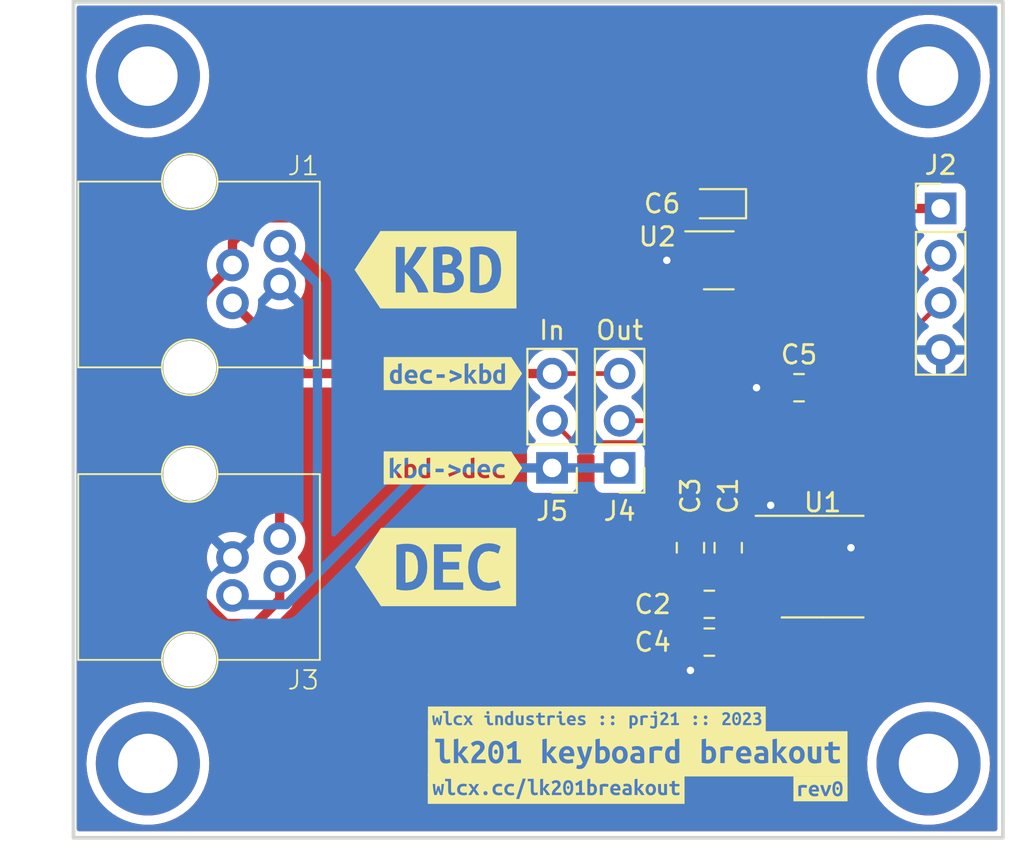
<source format=kicad_pcb>
(kicad_pcb (version 20221018) (generator pcbnew)

  (general
    (thickness 1.6)
  )

  (paper "A4")
  (title_block
    (comment 4 "AISLER Project ID: FMZDOTOZ")
  )

  (layers
    (0 "F.Cu" signal)
    (31 "B.Cu" signal)
    (32 "B.Adhes" user "B.Adhesive")
    (33 "F.Adhes" user "F.Adhesive")
    (34 "B.Paste" user)
    (35 "F.Paste" user)
    (36 "B.SilkS" user "B.Silkscreen")
    (37 "F.SilkS" user "F.Silkscreen")
    (38 "B.Mask" user)
    (39 "F.Mask" user)
    (40 "Dwgs.User" user "User.Drawings")
    (41 "Cmts.User" user "User.Comments")
    (42 "Eco1.User" user "User.Eco1")
    (43 "Eco2.User" user "User.Eco2")
    (44 "Edge.Cuts" user)
    (45 "Margin" user)
    (46 "B.CrtYd" user "B.Courtyard")
    (47 "F.CrtYd" user "F.Courtyard")
    (48 "B.Fab" user)
    (49 "F.Fab" user)
    (50 "User.1" user)
    (51 "User.2" user)
    (52 "User.3" user)
    (53 "User.4" user)
    (54 "User.5" user)
    (55 "User.6" user)
    (56 "User.7" user)
    (57 "User.8" user)
    (58 "User.9" user)
  )

  (setup
    (stackup
      (layer "F.SilkS" (type "Top Silk Screen"))
      (layer "F.Paste" (type "Top Solder Paste"))
      (layer "F.Mask" (type "Top Solder Mask") (thickness 0.01))
      (layer "F.Cu" (type "copper") (thickness 0.035))
      (layer "dielectric 1" (type "core") (thickness 1.51) (material "FR4") (epsilon_r 4.5) (loss_tangent 0.02))
      (layer "B.Cu" (type "copper") (thickness 0.035))
      (layer "B.Mask" (type "Bottom Solder Mask") (thickness 0.01))
      (layer "B.Paste" (type "Bottom Solder Paste"))
      (layer "B.SilkS" (type "Bottom Silk Screen"))
      (copper_finish "None")
      (dielectric_constraints no)
    )
    (pad_to_mask_clearance 0)
    (pcbplotparams
      (layerselection 0x00010fc_ffffffff)
      (plot_on_all_layers_selection 0x0000000_00000000)
      (disableapertmacros false)
      (usegerberextensions false)
      (usegerberattributes true)
      (usegerberadvancedattributes true)
      (creategerberjobfile true)
      (dashed_line_dash_ratio 12.000000)
      (dashed_line_gap_ratio 3.000000)
      (svgprecision 4)
      (plotframeref false)
      (viasonmask false)
      (mode 1)
      (useauxorigin false)
      (hpglpennumber 1)
      (hpglpenspeed 20)
      (hpglpendiameter 15.000000)
      (dxfpolygonmode true)
      (dxfimperialunits true)
      (dxfusepcbnewfont true)
      (psnegative false)
      (psa4output false)
      (plotreference true)
      (plotvalue true)
      (plotinvisibletext false)
      (sketchpadsonfab false)
      (subtractmaskfromsilk false)
      (outputformat 1)
      (mirror false)
      (drillshape 1)
      (scaleselection 1)
      (outputdirectory "")
    )
  )

  (net 0 "")
  (net 1 "+12V")
  (net 2 "GND")
  (net 3 "unconnected-(U2-BP-Pad4)")
  (net 4 "+5V")
  (net 5 "Net-(U1-C1+)")
  (net 6 "Net-(U1-C1-)")
  (net 7 "Net-(U1-C2+)")
  (net 8 "Net-(U1-C2-)")
  (net 9 "Net-(U1-V+)")
  (net 10 "Net-(U1-V-)")
  (net 11 "/TTL_In")
  (net 12 "/TTL_Out")
  (net 13 "/KBD2DEC")
  (net 14 "/232_Out")
  (net 15 "/DEC2KBD")
  (net 16 "/232_In")
  (net 17 "unconnected-(U1-~{INVALID}-Pad10)")

  (footprint "Capacitor_SMD:C_0805_2012Metric_Pad1.18x1.45mm_HandSolder" (layer "F.Cu") (at 125.222 90.1485 -90))

  (footprint "Package_TO_SOT_SMD:SOT-23-5" (layer "F.Cu") (at 124.714 74.676))

  (footprint "MountingHole:MountingHole_3.2mm_M3_DIN965_Pad_TopBottom" (layer "F.Cu") (at 136 64.762))

  (footprint "Capacitor_SMD:C_0805_2012Metric_Pad1.18x1.45mm_HandSolder" (layer "F.Cu") (at 124.206 95.2285 180))

  (footprint "MountingHole:MountingHole_3.2mm_M3_DIN965_Pad_TopBottom" (layer "F.Cu") (at 94 101.762))

  (footprint "Package_SO:TSSOP-16_4.4x5mm_P0.65mm" (layer "F.Cu") (at 130.302 91.1645))

  (footprint "kibuzzard-64EE1861" (layer "F.Cu") (at 110.412 85.852))

  (footprint "kibuzzard-64EE20E6" (layer "F.Cu") (at 130.186365 103.126022))

  (footprint "kibuzzard-64EE19D2" (layer "F.Cu") (at 115.966474 103.123632))

  (footprint "MountingHole:MountingHole_3.2mm_M3_DIN965_Pad_TopBottom" (layer "F.Cu") (at 136 101.762))

  (footprint "kibuzzard-64EE19CE" (layer "F.Cu") (at 120.351417 101.241958))

  (footprint "Connector_PinHeader_2.54mm:PinHeader_1x03_P2.54mm_Vertical" (layer "F.Cu") (at 119.38 85.852 180))

  (footprint "Capacitor_Tantalum_SMD:CP_EIA-1608-10_AVX-L_Pad1.25x1.05mm_HandSolder" (layer "F.Cu") (at 124.498 71.628 180))

  (footprint "lk201_breakout:Wurth_WR-MJ_4p4c_rj10_615004143821" (layer "F.Cu") (at 101.092 91.186 -90))

  (footprint "MountingHole:MountingHole_3.2mm_M3_DIN965_Pad_TopBottom" (layer "F.Cu") (at 94 64.762))

  (footprint "Capacitor_SMD:C_0805_2012Metric_Pad1.18x1.45mm_HandSolder" (layer "F.Cu") (at 129.032 81.534 180))

  (footprint "Connector_PinHeader_2.54mm:PinHeader_1x04_P2.54mm_Vertical" (layer "F.Cu") (at 136.652 71.882))

  (footprint "kibuzzard-64EE185D" (layer "F.Cu") (at 110.412 80.772))

  (footprint "Capacitor_SMD:C_0805_2012Metric_Pad1.18x1.45mm_HandSolder" (layer "F.Cu") (at 124.206 93.1965))

  (footprint "kibuzzard-64EE18A8" (layer "F.Cu") (at 109.474 91.186))

  (footprint "kibuzzard-64EE21ED" (layer "F.Cu") (at 118.153829 99.407061))

  (footprint "Connector_PinHeader_2.54mm:PinHeader_1x03_P2.54mm_Vertical" (layer "F.Cu") (at 115.746 85.852 180))

  (footprint "Capacitor_SMD:C_0805_2012Metric_Pad1.18x1.45mm_HandSolder" (layer "F.Cu") (at 123.19 90.1485 90))

  (footprint "lk201_breakout:Wurth_WR-MJ_4p4c_rj10_615004143821" (layer "F.Cu") (at 101.092 75.438 -90))

  (footprint "kibuzzard-64EE189A" (layer "F.Cu") (at 109.474 75.184))

  (gr_line (start 105.040611 98.806365) (end 107.719222 103.632)
    (stroke (width 0.436109) (type solid)) (layer "F.Cu") (tstamp 0d663e24-a626-4cc2-b607-7b1c1bc8beb0))
  (gr_poly
    (pts
      (xy 106.074015 102.948707)
      (xy 103.720217 102.948707)
      (xy 103.720217 102.463898)
      (xy 103.983945 102.463898)
      (xy 103.983945 102.678037)
      (xy 104.330223 102.678037)
      (xy 104.330223 102.463898)
      (xy 104.723988 102.463898)
      (xy 104.723988 102.678037)
      (xy 105.070266 102.678037)
      (xy 105.070266 102.463898)
      (xy 105.508587 102.463898)
      (xy 105.508587 102.678037)
      (xy 105.854844 102.678037)
      (xy 105.854844 102.463898)
      (xy 105.508587 102.463898)
      (xy 105.070266 102.463898)
      (xy 104.723988 102.463898)
      (xy 104.330223 102.463898)
      (xy 103.983945 102.463898)
      (xy 103.720217 102.463898)
      (xy 103.720217 102.257431)
      (xy 104.504816 101.751228)
      (xy 104.504816 102.257431)
      (xy 105.289416 101.751228)
      (xy 105.289416 102.257431)
      (xy 105.579666 102.070169)
      (xy 105.82152 101.914131)
      (xy 106.074015 101.751228)
    )

    (stroke (width 0.021805) (type solid)) (fill solid) (layer "F.Cu") (tstamp 1100a466-5bb8-4d27-8693-acaf2e8506b8))
  (gr_poly
    (pts
      (xy 105.82152 101.914131)
      (xy 105.579666 102.070169)
      (xy 105.577133 101.398406)
      (xy 105.817257 101.398406)
    )

    (stroke (width 0.021805) (type solid)) (fill solid) (layer "F.Cu") (tstamp 5e3e3eb1-3230-457b-afeb-9529d9b16de4))
  (gr_line (start 107.719222 103.632) (end 102.362 103.632)
    (stroke (width 0.436109) (type solid)) (layer "F.Cu") (tstamp 8043647d-c9e2-4ce6-83c2-51979035e11b))
  (gr_line (start 102.362 103.632) (end 105.040611 98.806365)
    (stroke (width 0.436109) (type solid)) (layer "F.Cu") (tstamp e9450f85-ea76-4ddc-938a-774a3a1caf1b))
  (gr_line (start 102.362 103.632) (end 105.040611 98.806365)
    (stroke (width 0.436109) (type solid)) (layer "F.Mask") (tstamp 24c9324a-f0a6-4430-b972-846fc5cdce50))
  (gr_line (start 105.040611 98.806365) (end 107.719222 103.632)
    (stroke (width 0.436109) (type solid)) (layer "F.Mask") (tstamp 3db79cdd-7b0c-4f06-ac1c-6ee4cb3ece2f))
  (gr_poly
    (pts
      (xy 106.074015 102.948707)
      (xy 103.720217 102.948707)
      (xy 103.720217 102.463898)
      (xy 103.983945 102.463898)
      (xy 103.983945 102.678037)
      (xy 104.330223 102.678037)
      (xy 104.330223 102.463898)
      (xy 104.723988 102.463898)
      (xy 104.723988 102.678037)
      (xy 105.070266 102.678037)
      (xy 105.070266 102.463898)
      (xy 105.508587 102.463898)
      (xy 105.508587 102.678037)
      (xy 105.854844 102.678037)
      (xy 105.854844 102.463898)
      (xy 105.508587 102.463898)
      (xy 105.070266 102.463898)
      (xy 104.723988 102.463898)
      (xy 104.330223 102.463898)
      (xy 103.983945 102.463898)
      (xy 103.720217 102.463898)
      (xy 103.720217 102.257431)
      (xy 104.504816 101.751228)
      (xy 104.504816 102.257431)
      (xy 105.289416 101.751228)
      (xy 105.289416 102.257431)
      (xy 105.579666 102.070169)
      (xy 105.82152 101.914131)
      (xy 106.074015 101.751228)
    )

    (stroke (width 0.021805) (type solid)) (fill solid) (layer "F.Mask") (tstamp 55fe74cd-6cc0-4947-a59b-3c0932f105b8))
  (gr_poly
    (pts
      (xy 105.82152 101.914131)
      (xy 105.579666 102.070169)
      (xy 105.577133 101.398406)
      (xy 105.817257 101.398406)
    )

    (stroke (width 0.021805) (type solid)) (fill solid) (layer "F.Mask") (tstamp 8e007c6a-9a96-465f-9903-6e9a79552a31))
  (gr_line (start 107.719222 103.632) (end 102.362 103.632)
    (stroke (width 0.436109) (type solid)) (layer "F.Mask") (tstamp dfccd506-df1e-47f0-bb07-a5b8f9506a2b))
  (gr_rect (start 90 60.762) (end 140 105.762)
    (stroke (width 0.2) (type default)) (fill none) (layer "Edge.Cuts") (tstamp 135b3205-11b6-4f8a-a579-35b86cbcfdfe))

  (segment (start 98.552 73.690564) (end 99.852564 72.39) (width 0.5) (layer "F.Cu") (net 1) (tstamp 0059dc7a-85ab-48b0-9a42-d5ac66580e08))
  (segment (start 98.552 74.928) (end 98.552 73.690564) (width 0.5) (layer "F.Cu") (net 1) (tstamp 106db253-8926-4ec2-942d-7bb90a1fc65e))
  (segment (start 117.856 72.39) (end 120.142 74.676) (width 0.5) (layer "F.Cu") (net 1) (tstamp 205f472f-cea8-4ec4-a3e6-74c62529046c))
  (segment (start 99.852564 72.39) (end 117.856 72.39) (width 0.5) (layer "F.Cu") (net 1) (tstamp 40ae3c1a-5d6c-45de-8af5-f9fc470b627b))
  (segment (start 121.092 75.626) (end 123.5765 75.626) (width 0.5) (layer "F.Cu") (net 1) (tstamp 4d64b8d9-d2d3-4261-852a-aa8d3c004534))
  (segment (start 94.572 90.609833) (end 98.190167 94.228) (width 0.5) (layer "F.Cu") (net 1) (tstamp 561deb72-2a09-4dac-ad8f-340f10cd9598))
  (segment (start 94.572 78.908) (end 94.572 90.609833) (width 0.5) (layer "F.Cu") (net 1) (tstamp 5df54e37-142e-4e51-b0c5-74aaea5567d6))
  (segment (start 121.092 73.726) (end 120.142 74.676) (width 0.5) (layer "F.Cu") (net 1) (tstamp b34b76f1-2c20-4d2f-ac72-3df18a2580b2))
  (segment (start 99.797436 94.228) (end 101.092 92.933436) (width 0.5) (layer "F.Cu") (net 1) (tstamp b34bee86-f7f5-42e2-9f6a-357aaa062a52))
  (segment (start 98.190167 94.228) (end 99.797436 94.228) (width 0.5) (layer "F.Cu") (net 1) (tstamp b70f10cb-98c5-4ec2-bef1-5a07340a6fe3))
  (segment (start 98.552 74.928) (end 94.572 78.908) (width 0.5) (layer "F.Cu") (net 1) (tstamp be7c5e7e-6b94-4728-b2bc-090f821a7122))
  (segment (start 120.142 74.676) (end 121.092 75.626) (width 0.5) (layer "F.Cu") (net 1) (tstamp c3296838-2ed7-4f52-b4c2-36c1cb22e3af))
  (segment (start 123.5765 73.726) (end 121.092 73.726) (width 0.5) (layer "F.Cu") (net 1) (tstamp d0a777fa-ad6c-434d-80f8-190263bbdee9))
  (segment (start 101.092 92.933436) (end 101.092 91.696) (width 0.5) (layer "F.Cu") (net 1) (tstamp d9218e2e-29ed-4238-a1f8-ccff9ac978c4))
  (segment (start 123.1685 96.731) (end 123.19 96.7525) (width 0.25) (layer "F.Cu") (net 2) (tstamp 11d349f2-c229-4bee-b0e6-403d814195f7))
  (segment (start 127.4395 87.931) (end 127.508 87.8625) (width 0.25) (layer "F.Cu") (net 2) (tstamp 1a8691b7-49fe-427b-8f38-44f72eb5ed5a))
  (segment (start 123.5765 74.676) (end 121.92 74.676) (width 0.5) (layer "F.Cu") (net 2) (tstamp 1e0cd2e8-0ee6-4f0a-a08a-031cb869a6e7))
  (segment (start 124.564 74.072751) (end 123.960751 74.676) (width 0.25) (layer "F.Cu") (net 2) (tstamp 2adeaa01-cff1-43e5-96ef-193a96e8dddb))
  (segment (start 123.960751 74.676) (end 123.5765 74.676) (width 0.25) (layer "F.Cu") (net 2) (tstamp 33191e5a-02ba-4f75-8d5f-b5fa8bd0f511))
  (segment (start 123.1685 95.2285) (end 123.1685 96.731) (width 0.25) (layer "F.Cu") (net 2) (tstamp 5be245cf-37ef-427e-b4bd-f2920346dc23))
  (segment (start 127.4395 88.8895) (end 127.4395 87.931) (width 0.25) (layer "F.Cu") (net 2) (tstamp 63385af6-3862-43a5-81ce-95172b94eada))
  (segment (start 123.19 89.111) (end 124.4385 87.8625) (width 0.25) (layer "F.Cu") (net 2) (tstamp 94e31a96-1ad9-41c5-bef4-317372468eee))
  (segment (start 124.4385 87.8625) (end 127.508 87.8625) (width 0.25) (layer "F.Cu") (net 2) (tstamp 9e814de7-af7f-4a87-9f99-0ae6053fedbd))
  (segment (start 123.698 71.628) (end 124.564 72.494) (width 0.25) (layer "F.Cu") (net 2) (tstamp a1ed65d8-0fe5-49e0-833f-68dec722cb35))
  (segment (start 127.9945 81.534) (end 126.746 81.534) (width 0.25) (layer "F.Cu") (net 2) (tstamp c31310b7-1707-4efa-a82e-47615ceb8956))
  (segment (start 124.564 72.494) (end 124.564 74.072751) (width 0.25) (layer "F.Cu") (net 2) (tstamp cfddc8e9-0a5c-43d5-91e0-0d3c53142480))
  (segment (start 131.867 90.1895) (end 131.826 90.1485) (width 0.25) (layer "F.Cu") (net 2) (tstamp d6b82d5c-7e80-4204-a3e7-9431bd1a6b07))
  (segment (start 133.1645 90.1895) (end 131.867 90.1895) (width 0.25) (layer "F.Cu") (net 2) (tstamp fed1eb56-8c79-4d9c-8605-7ca56bff5487))
  (via (at 121.92 74.676) (size 0.8) (drill 0.4) (layers "F.Cu" "B.Cu") (net 2) (tstamp 3699cd31-f074-471b-8f87-67bc785bc691))
  (via (at 127.508 87.8625) (size 0.8) (drill 0.4) (layers "F.Cu" "B.Cu") (net 2) (tstamp 5c52ae3d-d8c5-44ef-8485-50891dd61e7b))
  (via (at 126.746 81.534) (size 0.8) (drill 0.4) (layers "F.Cu" "B.Cu") (net 2) (tstamp 7c787a2e-d144-43dc-813e-102822bdd071))
  (via (at 123.19 96.7525) (size 0.8) (drill 0.4) (layers "F.Cu" "B.Cu") (net 2) (tstamp 90fe7ca1-c1a5-48fe-be2c-f3f4de77eb4a))
  (via (at 131.826 90.1485) (size 0.8) (drill 0.4) (layers "F.Cu" "B.Cu") (net 2) (tstamp c472bfd3-c226-4ac3-bc03-a051a7c58b87))
  (segment (start 133.1645 91.4895) (end 133.853041 91.4895) (width 0.25) (layer "F.Cu") (net 4) (tstamp 09681ea1-f759-4912-b9dd-519c8dd8b2c1))
  (segment (start 133.1645 89.5395) (end 132.4655 89.5395) (width 0.25) (layer "F.Cu") (net 4) (tstamp 1b821097-f672-484a-9218-cc9437451bd6))
  (segment (start 125.298 71.628) (end 125.298 73.1725) (width 0.25) (layer "F.Cu") (net 4) (tstamp 2a664e6e-d9c7-4108-adc7-18a0a0622501))
  (segment (start 131.826 79.7005) (end 130.0695 81.457) (width 0.5) (layer "F.Cu") (net 4) (tstamp 3355a122-04a4-481f-bfa9-8c21d83e6e85))
  (segment (start 132.4655 89.5395) (end 132.08 89.154) (width 0.25) (layer "F.Cu") (net 4) (tstamp 3e908811-03fb-4137-912b-adbd59b6fed1))
  (segment (start 133.1645 88.8895) (end 132.3445 88.8895) (width 0.25) (layer "F.Cu") (net 4) (tstamp 4b25dd23-f3b2-42ac-acbc-1def7bb634eb))
  (segment (start 125.8515 73.726) (end 127.6955 71.882) (width 0.5) (layer "F.Cu") (net 4) (tstamp 50cb4cd3-a099-47db-8f93-a412c614b88f))
  (segment (start 127.6955 71.882) (end 136.652 71.882) (width 0.5) (layer "F.Cu") (net 4) (tstamp 57cf02eb-6ff7-430c-9b2e-be1401759af2))
  (segment (start 131.826 88.9) (end 132.08 89.154) (width 0.5) (layer "F.Cu") (net 4) (tstamp 6e408d1a-7820-4912-8a50-4bbbf84f9976))
  (segment (start 133.853041 91.4895) (end 134.366 90.976541) (width 0.25) (layer "F.Cu") (net 4) (tstamp 77a303c0-7589-45d2-99ba-472fc5fbb027))
  (segment (start 132.3445 88.8895) (end 132.08 89.154) (width 0.25) (layer "F.Cu") (net 4) (tstamp 9ee5fa7e-833b-4caa-acfe-d157f3e3da40))
  (segment (start 125.298 73.1725) (end 125.8515 73.726) (width 0.25) (layer "F.Cu") (net 4) (tstamp 9ffba2f6-bd10-4930-abce-c8dc7edd56cb))
  (segment (start 134.366 90.052459) (end 133.853041 89.5395) (width 0.25) (layer "F.Cu") (net 4) (tstamp a1f934be-277f-4264-8b21-3dc84b707396))
  (segment (start 131.826 84.836) (end 131.826 88.9) (width 0.5) (layer "F.Cu") (net 4) (tstamp aa9e8844-64e7-4c6e-891e-3c48a951803c))
  (segment (start 134.366 90.976541) (end 134.366 90.052459) (width 0.25) (layer "F.Cu") (net 4) (tstamp ae5a91fb-f003-4d44-89aa-03b4093f1cd1))
  (segment (start 133.853041 89.5395) (end 133.1645 89.5395) (width 0.25) (layer "F.Cu") (net 4) (tstamp aeaa097e-573a-4171-b79b-6ce02f66aed4))
  (segment (start 131.826 79.7005) (end 131.826 84.836) (width 0.5) (layer "F.Cu") (net 4) (tstamp af838b24-7173-4e8c-835b-24ae5ef9c9cb))
  (segment (start 125.8515 73.726) (end 131.826 79.7005) (width 0.5) (layer "F.Cu") (net 4) (tstamp cf1be595-b926-4cf6-b471-a0f72d227a03))
  (segment (start 130.0695 81.457) (end 130.0695 81.534) (width 0.5) (layer "F.Cu") (net 4) (tstamp cf2c40ff-9f3c-4f3b-ba07-614be0f006cb))
  (segment (start 125.6505 89.5395) (end 125.222 89.111) (width 0.25) (layer "F.Cu") (net 5) (tstamp 8a7ee639-40d0-4f3f-ac6d-afb201604888))
  (segment (start 127.4395 89.5395) (end 125.6505 89.5395) (width 0.25) (layer "F.Cu") (net 5) (tstamp 9d35b6cb-5f9e-46c7-8a5d-5fd80208be73))
  (segment (start 127.4395 90.8395) (end 125.5685 90.8395) (width 0.25) (layer "F.Cu") (net 6) (tstamp 372540bb-7531-4534-a2d7-767c151a0a58))
  (segment (start 125.5685 90.8395) (end 125.222 91.186) (width 0.25) (layer "F.Cu") (net 6) (tstamp 8efada7e-319b-436c-8896-002da506eeef))
  (segment (start 126.750959 91.4895) (end 127.4395 91.4895) (width 0.25) (layer "F.Cu") (net 7) (tstamp 35b15515-96fc-408c-b731-2a63b1c1fd4b))
  (segment (start 126.093959 92.1465) (end 126.750959 91.4895) (width 0.25) (layer "F.Cu") (net 7) (tstamp 48af512a-e8ce-4fee-954a-34a13c2643da))
  (segment (start 124.2185 92.1465) (end 126.093959 92.1465) (width 0.25) (layer "F.Cu") (net 7) (tstamp 6d932b8d-316e-446a-bd5e-ce874f0a70a1))
  (segment (start 123.1685 93.1965) (end 124.2185 92.1465) (width 0.25) (layer "F.Cu") (net 7) (tstamp d4b6edab-1d7c-4be8-84cc-d29731baa9c1))
  (segment (start 126.750959 92.1395) (end 127.4395 92.1395) (width 0.25) (layer "F.Cu") (net 8) (tstamp 04b18924-0024-473b-94a9-5c9362434db1))
  (segment (start 125.693959 93.1965) (end 126.750959 92.1395) (width 0.25) (layer "F.Cu") (net 8) (tstamp 93426d13-2407-4af1-a8bc-a39c72a764a1))
  (segment (start 125.2435 93.1965) (end 125.693959 93.1965) (width 0.25) (layer "F.Cu") (net 8) (tstamp f63cf0e4-71e0-40c3-aa32-3b7f77e1c2fa))
  (segment (start 127.4395 90.1895) (end 124.1865 90.1895) (width 0.25) (layer "F.Cu") (net 9) (tstamp 4e639128-0191-41b0-8439-6025ab8ffb9a))
  (segment (start 124.1865 90.1895) (end 123.19 91.186) (width 0.25) (layer "F.Cu") (net 9) (tstamp c7d23d74-a7c3-4ad4-8225-c3ebd31b5600))
  (segment (start 126.377 94.095) (end 126.377 93.163459) (width 0.25) (layer "F.Cu") (net 10) (tstamp 03f8a38d-2de0-4220-a0f5-5603a03f7053))
  (segment (start 125.2435 95.2285) (end 126.377 94.095) (width 0.25) (layer "F.Cu") (net 10) (tstamp 648cf893-d005-4aed-bb7b-cf03c985b7b4))
  (segment (start 126.750959 92.7895) (end 127.4395 92.7895) (width 0.25) (layer "F.Cu") (net 10) (tstamp abc4a530-1f72-4b4b-9447-e15f4fcb00d2))
  (segment (start 126.377 93.163459) (end 126.750959 92.7895) (width 0.25) (layer "F.Cu") (net 10) (tstamp f7f01c8b-8a07-49cd-ae21-2b4596b0f404))
  (segment (start 133.853041 92.1395) (end 134.816 91.176541) (width 0.25) (layer "F.Cu") (net 11) (tstamp 1a9f053d-5228-4713-8695-b4c4d6cb71c9))
  (segment (start 134.17 88.556458) (end 134.17 76.904) (width 0.25) (layer "F.Cu") (net 11) (tstamp 234361f6-86d0-47ea-af74-95f873135606))
  (segment (start 133.1645 92.1395) (end 133.853041 92.1395) (width 0.25) (layer "F.Cu") (net 11) (tstamp 802394f7-e9d7-45be-812e-e0e680e391ba))
  (segment (start 134.17 76.904) (end 136.652 74.422) (width 0.25) (layer "F.Cu") (net 11) (tstamp 83e85a3b-cd84-4c28-b760-39b03b341434))
  (segment (start 134.816 89.202458) (end 134.17 88.556458) (width 0.25) (layer "F.Cu") (net 11) (tstamp 86a31343-0a82-4398-97fc-785e87a22534))
  (segment (start 134.816 91.176541) (end 134.816 89.202458) (width 0.25) (layer "F.Cu") (net 11) (tstamp f889a2cd-9e38-4273-aa1f-aca1a846b019))
  (segment (start 133.853041 93.4395) (end 133.1645 93.4395) (width 0.25) (layer "F.Cu") (net 12) (tstamp 0fc8cecc-1c96-4886-9217-86a374f88655))
  (segment (start 134.62 88.370062) (end 135.266 89.016062) (width 0.25) (layer "F.Cu") (net 12) (tstamp 4ad61c62-dfdb-40f5-a4da-62c86d32896d))
  (segment (start 135.266 89.016062) (end 135.266 92.026541) (width 0.25) (layer "F.Cu") (net 12) (tstamp 4b75f45a-a255-41f0-a7c6-5fc7b9bb4070))
  (segment (start 134.62 78.994) (end 134.62 88.370062) (width 0.25) (layer "F.Cu") (net 12) (tstamp 92570c6c-dbdf-4b15-b0a5-d49877d71382))
  (segment (start 136.652 76.962) (end 134.62 78.994) (width 0.25) (layer "F.Cu") (net 12) (tstamp e3cc253f-b87c-46b6-9c9f-ba236c8f9ca0))
  (segment (start 135.266 92.026541) (end 133.853041 93.4395) (width 0.25) (layer "F.Cu") (net 12) (tstamp fcec8ed5-abfd-407e-9691-699c39c0151e))
  (segment (start 102.417 92.244833) (end 108.809833 85.852) (width 0.5) (layer "B.Cu") (net 13) (tstamp 2b2b6837-6aa1-4591-86de-1fac632b6cb0))
  (segment (start 103.124 75.94) (end 103.124 91.537833) (width 0.5) (layer "B.Cu") (net 13) (tstamp 72b01215-8cc4-499d-8459-3c500c0fa45f))
  (segment (start 108.809833 85.852) (end 115.746 85.852) (width 0.5) (layer "B.Cu") (net 13) (tstamp 90f87feb-691a-4868-877c-cab65121130f))
  (segment (start 103.124 91.537833) (end 102.417 92.244833) (width 0.5) (layer "B.Cu") (net 13) (tstamp b7641b05-ae36-41fd-a0ef-e981afddd417))
  (segment (start 101.092 73.908) (end 103.124 75.94) (width 0.5) (layer "B.Cu") (net 13) (tstamp b814cc0b-319d-461c-aaad-fe7ae4a3fd98))
  (segment (start 102.417 92.244833) (end 101.449833 93.212) (width 0.5) (layer "B.Cu") (net 13) (tstamp bb055156-a07a-44fa-9dc0-2d53478420eb))
  (segment (start 115.746 85.852) (end 119.38 85.852) (width 0.5) (layer "B.Cu") (net 13) (tstamp bdb7cfa3-e542-4c71-9370-42a05dbbccf1))
  (segment (start 99.048 93.212) (end 98.552 92.716) (width 0.5) (layer "B.Cu") (net 13) (tstamp d6aadef8-6129-4fc1-9fff-46d954281544))
  (segment (start 101.449833 93.212) (end 99.048 93.212) (width 0.5) (layer "B.Cu") (net 13) (tstamp f110947c-d62f-43b3-a9dd-7f1529794eea))
  (segment (start 125.821396 84.037) (end 129.54 87.755604) (width 0.25) (layer "F.Cu") (net 14) (tstamp 0dbac6bc-4e2a-4242-94e6-1899455429e4))
  (segment (start 119.38 83.312) (end 120.941 83.312) (width 0.25) (layer "F.Cu") (net 14) (tstamp 2bd25718-f631-4e89-aadf-f86a801cd3c4))
  (segment (start 130.2435 90.8735) (end 133.1305 90.8735) (width 0.25) (layer "F.Cu") (net 14) (tstamp 2f3da92d-2384-4415-8386-6335f2bcc272))
  (segment (start 121.666 84.037) (end 125.821396 84.037) (width 0.25) (layer "F.Cu") (net 14) (tstamp 6d0724dc-dac9-4220-b037-51e7d4328f79))
  (segment (start 129.54 90.17) (end 130.2435 90.8735) (width 0.25) (layer "F.Cu") (net 14) (tstamp 6eeda85f-6436-464a-89fb-e6c3d47a58a0))
  (segment (start 120.941 83.312) (end 121.666 84.037) (width 0.25) (layer "F.Cu") (net 14) (tstamp ae41d539-415f-4576-b587-a2ddbae79a3d))
  (segment (start 133.1305 90.8735) (end 133.1645 90.8395) (width 0.25) (layer "F.Cu") (net 14) (tstamp c57dfe93-7cab-4eed-b0b2-2577f6096f55))
  (segment (start 129.54 87.755604) (end 129.54 90.17) (width 0.25) (layer "F.Cu") (net 14) (tstamp d3dff671-d377-452
... [146148 chars truncated]
</source>
